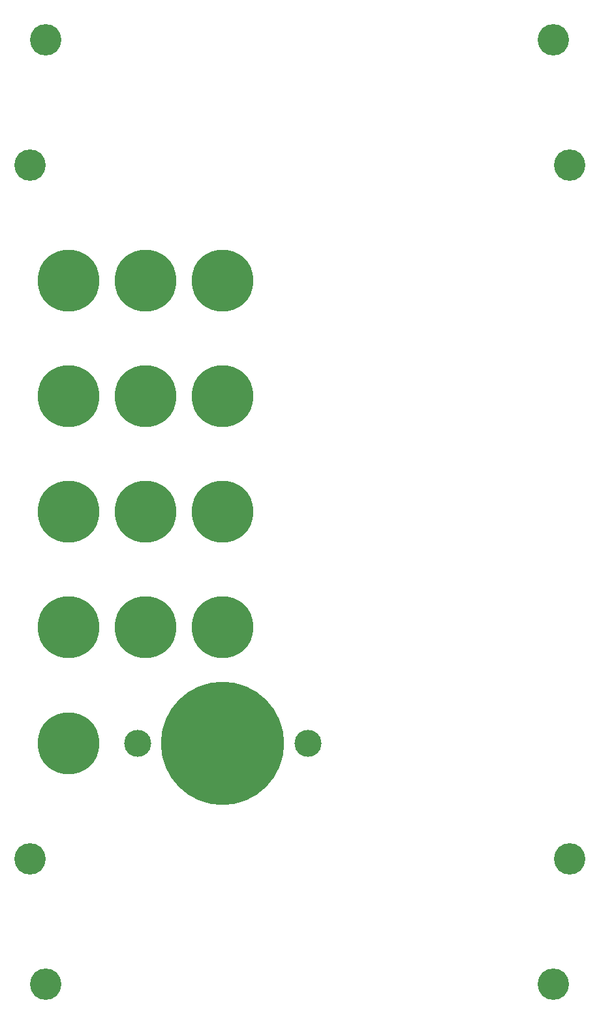
<source format=gtl>
G04 #@! TF.GenerationSoftware,KiCad,Pcbnew,(5.1.0)-1*
G04 #@! TF.CreationDate,2019-05-29T13:36:30-04:00*
G04 #@! TF.ProjectId,MIDI Controller_Panel,4d494449-2043-46f6-9e74-726f6c6c6572,rev?*
G04 #@! TF.SameCoordinates,Original*
G04 #@! TF.FileFunction,Copper,L1,Top*
G04 #@! TF.FilePolarity,Positive*
%FSLAX46Y46*%
G04 Gerber Fmt 4.6, Leading zero omitted, Abs format (unit mm)*
G04 Created by KiCad (PCBNEW (5.1.0)-1) date 2019-05-29 13:36:30*
%MOMM*%
%LPD*%
G04 APERTURE LIST*
%ADD10C,4.064000*%
%ADD11C,8.000000*%
%ADD12C,3.500000*%
%ADD13C,16.000000*%
G04 APERTURE END LIST*
D10*
X35450000Y-139250000D03*
X35450000Y-49250000D03*
X37500000Y-33000000D03*
X37500000Y-155500000D03*
X105450000Y-49250000D03*
X105450000Y-139250000D03*
X103400000Y-33000000D03*
X103400000Y-155500000D03*
D11*
X40450000Y-64250000D03*
X50450000Y-94250000D03*
X40450000Y-79250000D03*
X50450000Y-64250000D03*
X60450000Y-94250000D03*
X40450000Y-94250000D03*
X50450000Y-79250000D03*
X60450000Y-64250000D03*
X50450000Y-109250000D03*
X60450000Y-79250000D03*
X40450000Y-124250000D03*
X40450000Y-109250000D03*
X60450000Y-109250000D03*
D12*
X49400000Y-124250000D03*
X71500000Y-124250000D03*
D13*
X60450000Y-124250000D03*
M02*

</source>
